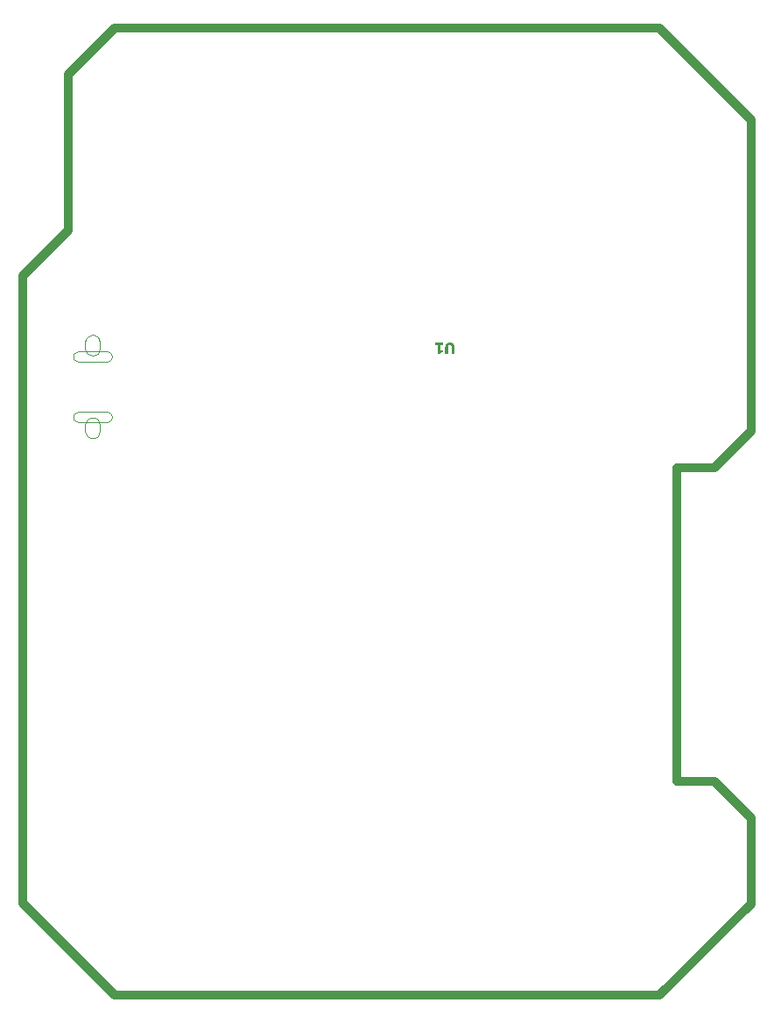
<source format=gm1>
G04*
G04 #@! TF.GenerationSoftware,Altium Limited,Altium Designer,23.4.1 (23)*
G04*
G04 Layer_Color=16711935*
%FSLAX25Y25*%
%MOIN*%
G70*
G04*
G04 #@! TF.SameCoordinates,90884238-BF1D-4E64-AC19-F0AC37931AF7*
G04*
G04*
G04 #@! TF.FilePolarity,Positive*
G04*
G01*
G75*
%ADD89C,0.00000*%
%ADD90C,0.03200*%
G36*
X162780Y248384D02*
X162851Y248378D01*
X162929Y248371D01*
X163020Y248358D01*
X163117Y248339D01*
X163331Y248293D01*
X163441Y248255D01*
X163545Y248216D01*
X163655Y248170D01*
X163759Y248119D01*
X163856Y248054D01*
X163946Y247983D01*
X163953Y247976D01*
X163966Y247963D01*
X163985Y247937D01*
X164018Y247905D01*
X164050Y247866D01*
X164089Y247814D01*
X164128Y247749D01*
X164173Y247678D01*
X164212Y247600D01*
X164257Y247509D01*
X164296Y247412D01*
X164329Y247302D01*
X164361Y247185D01*
X164381Y247062D01*
X164393Y246926D01*
X164400Y246784D01*
Y244081D01*
X163344D01*
Y246719D01*
Y246725D01*
Y246738D01*
Y246758D01*
Y246790D01*
X163337Y246868D01*
X163324Y246965D01*
X163305Y247075D01*
X163273Y247179D01*
X163234Y247283D01*
X163182Y247373D01*
X163175Y247380D01*
X163149Y247406D01*
X163110Y247438D01*
X163052Y247477D01*
X162974Y247522D01*
X162884Y247555D01*
X162767Y247581D01*
X162637Y247587D01*
X162605D01*
X162579Y247581D01*
X162514Y247574D01*
X162437Y247561D01*
X162346Y247535D01*
X162255Y247503D01*
X162171Y247451D01*
X162100Y247386D01*
X162093Y247373D01*
X162074Y247347D01*
X162041Y247296D01*
X162009Y247224D01*
X161983Y247134D01*
X161951Y247017D01*
X161931Y246881D01*
X161925Y246719D01*
Y244081D01*
X160868D01*
Y246777D01*
Y246784D01*
Y246810D01*
Y246849D01*
X160875Y246907D01*
X160881Y246972D01*
X160894Y247043D01*
X160907Y247127D01*
X160927Y247218D01*
X160946Y247315D01*
X160979Y247412D01*
X161011Y247509D01*
X161056Y247613D01*
X161108Y247710D01*
X161167Y247801D01*
X161238Y247892D01*
X161316Y247976D01*
X161322Y247983D01*
X161335Y247995D01*
X161361Y248015D01*
X161400Y248041D01*
X161445Y248073D01*
X161503Y248106D01*
X161568Y248145D01*
X161646Y248183D01*
X161737Y248222D01*
X161834Y248261D01*
X161944Y248293D01*
X162061Y248326D01*
X162190Y248352D01*
X162326Y248371D01*
X162475Y248384D01*
X162637Y248391D01*
X162722D01*
X162780Y248384D01*
D02*
G37*
G36*
X159935Y247561D02*
X159047D01*
Y245339D01*
X159935D01*
Y244652D01*
X159812D01*
X159754Y244645D01*
X159689D01*
X159553Y244632D01*
X159546D01*
X159521Y244626D01*
X159488Y244619D01*
X159443Y244613D01*
X159339Y244587D01*
X159287Y244567D01*
X159242Y244548D01*
X159235Y244542D01*
X159222Y244535D01*
X159197Y244522D01*
X159164Y244496D01*
X159099Y244444D01*
X159035Y244367D01*
X159028Y244360D01*
X159022Y244347D01*
X159009Y244321D01*
X158996Y244289D01*
X158976Y244244D01*
X158963Y244192D01*
X158950Y244140D01*
X158944Y244075D01*
X158017D01*
Y247561D01*
X157149D01*
Y248300D01*
X159935D01*
Y247561D01*
D02*
G37*
D89*
X26612Y219841D02*
X25557Y219631D01*
X24663Y219034D01*
X24066Y218140D01*
X23856Y217085D01*
X29368D02*
X29158Y218140D01*
X28561Y219034D01*
X27666Y219631D01*
X26612Y219841D01*
Y211967D02*
X27666Y212177D01*
X28561Y212774D01*
X29158Y213668D01*
X29368Y214723D01*
X23856D02*
X24066Y213668D01*
X24663Y212774D01*
X25557Y212177D01*
X26612Y211967D01*
X19269Y220195D02*
X19533Y219211D01*
X20254Y218491D01*
X21238Y218227D01*
X31986D02*
X32970Y218491D01*
X33691Y219211D01*
X33954Y220195D01*
X33691Y221180D01*
X32970Y221900D01*
X31986Y222164D01*
X21238D02*
X20254Y221900D01*
X19533Y221180D01*
X19269Y220195D01*
X26612Y243463D02*
X27666Y243673D01*
X28561Y244270D01*
X29158Y245164D01*
X29368Y246219D01*
X23856D02*
X24066Y245164D01*
X24663Y244270D01*
X25557Y243673D01*
X26612Y243463D01*
Y251337D02*
X25557Y251127D01*
X24663Y250530D01*
X24066Y249636D01*
X23856Y248581D01*
X29368D02*
X29158Y249636D01*
X28561Y250530D01*
X27666Y251127D01*
X26612Y251337D01*
X33954Y243109D02*
X33691Y244093D01*
X32970Y244813D01*
X31986Y245077D01*
X21238D02*
X20254Y244813D01*
X19533Y244093D01*
X19269Y243109D01*
X19533Y242124D01*
X20254Y241404D01*
X21238Y241140D01*
X31986D02*
X32970Y241404D01*
X33691Y242124D01*
X33954Y243109D01*
X29368Y214723D02*
Y217085D01*
X23856Y214723D02*
Y217085D01*
X21238Y218227D02*
X31986D01*
X21238Y222164D02*
X31986D01*
X23856Y246219D02*
Y248581D01*
X29368Y246219D02*
Y248581D01*
X21238Y245077D02*
X31986D01*
X21238Y241140D02*
X31986D01*
D90*
X242500Y368000D02*
X277500Y333000D01*
X35000Y368000D02*
X242500D01*
X17300Y350300D02*
X35000Y368000D01*
X17300Y291000D02*
Y350300D01*
X0Y273700D02*
X17300Y291000D01*
X0Y35000D02*
Y273700D01*
Y35000D02*
X35000Y0D01*
X242500D01*
X277400Y34900D01*
Y67600D01*
X263500Y81500D02*
X277400Y67600D01*
X249200Y81500D02*
X263500D01*
X249200D02*
Y200800D01*
X263500D01*
X277500Y214800D01*
X277500Y333000D02*
X277500Y214800D01*
M02*

</source>
